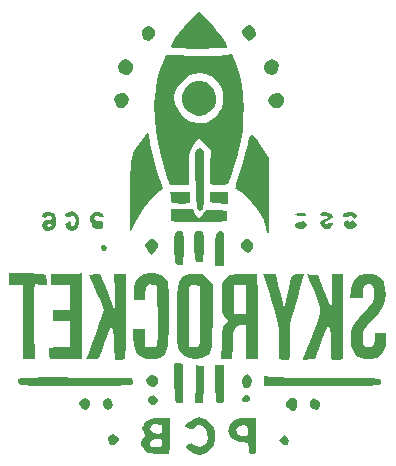
<source format=gbr>
%TF.GenerationSoftware,KiCad,Pcbnew,8.0.7*%
%TF.CreationDate,2025-04-09T11:56:33+02:00*%
%TF.ProjectId,PCB_CDFR,5043425f-4344-4465-922e-6b696361645f,rev?*%
%TF.SameCoordinates,Original*%
%TF.FileFunction,Legend,Bot*%
%TF.FilePolarity,Positive*%
%FSLAX46Y46*%
G04 Gerber Fmt 4.6, Leading zero omitted, Abs format (unit mm)*
G04 Created by KiCad (PCBNEW 8.0.7) date 2025-04-09 11:56:33*
%MOMM*%
%LPD*%
G01*
G04 APERTURE LIST*
%ADD10C,0.000000*%
G04 APERTURE END LIST*
D10*
%TO.C,G\u002A\u002A\u002A*%
G36*
X99174498Y-62943368D02*
G01*
X99241885Y-63131203D01*
X99189192Y-63314213D01*
X99106460Y-63386923D01*
X98938221Y-63426510D01*
X98809027Y-63291908D01*
X98778124Y-63062490D01*
X98867823Y-62858195D01*
X98884207Y-62843713D01*
X99038213Y-62823330D01*
X99174498Y-62943368D01*
G37*
G36*
X97696107Y-75939879D02*
G01*
X97824689Y-76142304D01*
X97845647Y-76443242D01*
X97724425Y-76699646D01*
X97479525Y-76823067D01*
X97226737Y-76779067D01*
X97024639Y-76613946D01*
X96930900Y-76374919D01*
X97003189Y-76109195D01*
X97154255Y-75942569D01*
X97427032Y-75839639D01*
X97696107Y-75939879D01*
G37*
G36*
X100058422Y-79020710D02*
G01*
X100267402Y-79199702D01*
X100310753Y-79408218D01*
X100145856Y-79663496D01*
X99886602Y-79839009D01*
X99613449Y-79837183D01*
X99403985Y-79664432D01*
X99320354Y-79344751D01*
X99338708Y-79210374D01*
X99494588Y-78992576D01*
X99756160Y-78919842D01*
X100058422Y-79020710D01*
G37*
G36*
X111313625Y-75666231D02*
G01*
X111346018Y-75871739D01*
X111336277Y-76009015D01*
X111245181Y-76131946D01*
X111001033Y-76160177D01*
X110837933Y-76152774D01*
X110700835Y-76085443D01*
X110691962Y-75907301D01*
X110782809Y-75711988D01*
X111036947Y-75618863D01*
X111169867Y-75609551D01*
X111313625Y-75666231D01*
G37*
G36*
X114447674Y-79015164D02*
G01*
X114624243Y-79247557D01*
X114693418Y-79500244D01*
X114608072Y-79697114D01*
X114469288Y-79821600D01*
X114242712Y-79841481D01*
X113987168Y-79644248D01*
X113871136Y-79504691D01*
X113850662Y-79371397D01*
X113987168Y-79194691D01*
X114230052Y-79003663D01*
X114447674Y-79015164D01*
G37*
G36*
X115973726Y-60879629D02*
G01*
X116147217Y-60984681D01*
X116173884Y-61188604D01*
X116038827Y-61419757D01*
X115837648Y-61524747D01*
X115558923Y-61530613D01*
X115312433Y-61434846D01*
X115189457Y-61255137D01*
X115234894Y-61063518D01*
X115478768Y-60925278D01*
X115925885Y-60876756D01*
X115973726Y-60879629D01*
G37*
G36*
X99568923Y-75936799D02*
G01*
X99718563Y-76149405D01*
X99759709Y-76414190D01*
X99652388Y-76672116D01*
X99558177Y-76753456D01*
X99320354Y-76834514D01*
X99181527Y-76810644D01*
X98978942Y-76646195D01*
X98891391Y-76388363D01*
X98934444Y-76111825D01*
X99123673Y-75891257D01*
X99350765Y-75835409D01*
X99568923Y-75936799D01*
G37*
G36*
X103443235Y-75776074D02*
G01*
X103550757Y-75943957D01*
X103567545Y-76123872D01*
X103414539Y-76320733D01*
X103230915Y-76467217D01*
X103064521Y-76457344D01*
X102854666Y-76265988D01*
X102839576Y-76249075D01*
X102714067Y-76037126D01*
X102765001Y-75844528D01*
X102961442Y-75661665D01*
X103219948Y-75626426D01*
X103443235Y-75776074D01*
G37*
G36*
X115913922Y-60210387D02*
G01*
X116098618Y-60300762D01*
X116137731Y-60401127D01*
X116025015Y-60444365D01*
X115781781Y-60453396D01*
X115499061Y-60429541D01*
X115264879Y-60380652D01*
X115167257Y-60314578D01*
X115215688Y-60249064D01*
X115404097Y-60165166D01*
X115422472Y-60160819D01*
X115662315Y-60155304D01*
X115913922Y-60210387D01*
G37*
G36*
X100790025Y-50048438D02*
G01*
X101016848Y-50270357D01*
X101119769Y-50572646D01*
X101077510Y-50887513D01*
X100868798Y-51147167D01*
X100607604Y-51284991D01*
X100305974Y-51286300D01*
X100057258Y-51072338D01*
X100002817Y-50985540D01*
X99894563Y-50624836D01*
X99956129Y-50299438D01*
X100165445Y-50064069D01*
X100500443Y-49973452D01*
X100790025Y-50048438D01*
G37*
G36*
X101067480Y-47186295D02*
G01*
X101335504Y-47353622D01*
X101474654Y-47633722D01*
X101464297Y-47966368D01*
X101283798Y-48291335D01*
X101062160Y-48460943D01*
X100755795Y-48485309D01*
X100444248Y-48287611D01*
X100322489Y-48129463D01*
X100234100Y-47799381D01*
X100317032Y-47487315D01*
X100546436Y-47254887D01*
X100897463Y-47163717D01*
X101067480Y-47186295D01*
G37*
G36*
X102852559Y-44361108D02*
G01*
X103152310Y-44496382D01*
X103324504Y-44754724D01*
X103342678Y-45072164D01*
X103180369Y-45384735D01*
X103091761Y-45467836D01*
X102796675Y-45590010D01*
X102512630Y-45531264D01*
X102298806Y-45316876D01*
X102214381Y-44972124D01*
X102255162Y-44715148D01*
X102443785Y-44451029D01*
X102753964Y-44353983D01*
X102852559Y-44361108D01*
G37*
G36*
X103399497Y-74000150D02*
G01*
X103549681Y-74251200D01*
X103579305Y-74537753D01*
X103451453Y-74793857D01*
X103420473Y-74820606D01*
X103163782Y-74900700D01*
X102871450Y-74851526D01*
X102658724Y-74688413D01*
X102618350Y-74600946D01*
X102604845Y-74304962D01*
X102717908Y-74021976D01*
X102925130Y-73853556D01*
X103165669Y-73850556D01*
X103399497Y-74000150D01*
G37*
G36*
X103312482Y-62450586D02*
G01*
X103374076Y-62503571D01*
X103591348Y-62773313D01*
X103599860Y-63037821D01*
X103404886Y-63348304D01*
X103107039Y-63702274D01*
X102775150Y-63370385D01*
X102672980Y-63258228D01*
X102513780Y-62948915D01*
X102575644Y-62679704D01*
X102858651Y-62449727D01*
X102932086Y-62412322D01*
X103138333Y-62359942D01*
X103312482Y-62450586D01*
G37*
G36*
X107116983Y-73092499D02*
G01*
X107351303Y-73120185D01*
X107482292Y-73158103D01*
X107486474Y-73171745D01*
X107493560Y-73349633D01*
X107489491Y-73697826D01*
X107475096Y-74174198D01*
X107451204Y-74736622D01*
X107377542Y-76272567D01*
X107054712Y-76272567D01*
X106731882Y-76272567D01*
X106763065Y-74671018D01*
X106794248Y-73069469D01*
X107116983Y-73092499D01*
G37*
G36*
X109547788Y-58923684D02*
G01*
X109547788Y-59444712D01*
X109026349Y-59373241D01*
X108887867Y-59355413D01*
X108514656Y-59317058D01*
X108239624Y-59301770D01*
X108229871Y-59301739D01*
X108063320Y-59271627D01*
X107990435Y-59142618D01*
X107974336Y-58852213D01*
X107974336Y-58402655D01*
X108761062Y-58402655D01*
X109547788Y-58402655D01*
X109547788Y-58923684D01*
G37*
G36*
X109210620Y-74567994D02*
G01*
X109210113Y-74743291D01*
X109201542Y-75293846D01*
X109184009Y-75749467D01*
X109159633Y-76066877D01*
X109130534Y-76202800D01*
X109010768Y-76246631D01*
X108765268Y-76249629D01*
X108480089Y-76216372D01*
X108448905Y-74614823D01*
X108417722Y-73013275D01*
X108814171Y-73013275D01*
X109210620Y-73013275D01*
X109210620Y-74567994D01*
G37*
G36*
X111279887Y-73853457D02*
G01*
X111458633Y-74061319D01*
X111530190Y-74377277D01*
X111471065Y-74727213D01*
X111361871Y-74911387D01*
X111147004Y-75033383D01*
X110921643Y-74988748D01*
X110743849Y-74795920D01*
X110671682Y-74473340D01*
X110672958Y-74424544D01*
X110757216Y-74092276D01*
X110941821Y-73870806D01*
X111182540Y-73816968D01*
X111279887Y-73853457D01*
G37*
G36*
X113601194Y-47280061D02*
G01*
X113729453Y-47406869D01*
X113814419Y-47692431D01*
X113783031Y-48021969D01*
X113632581Y-48306859D01*
X113494157Y-48420453D01*
X113192149Y-48496623D01*
X112896424Y-48409773D01*
X112671602Y-48187545D01*
X112582301Y-47857581D01*
X112661796Y-47511759D01*
X112892567Y-47265485D01*
X113223054Y-47178416D01*
X113601194Y-47280061D01*
G37*
G36*
X115113722Y-75859337D02*
G01*
X115313294Y-76047910D01*
X115392036Y-76384956D01*
X115361021Y-76601875D01*
X115257168Y-76812036D01*
X115137979Y-76902682D01*
X114888854Y-76920324D01*
X114605310Y-76722124D01*
X114436474Y-76513751D01*
X114402703Y-76283263D01*
X114566534Y-76028540D01*
X114571996Y-76022562D01*
X114848297Y-75842976D01*
X115113722Y-75859337D01*
G37*
G36*
X116915132Y-75885031D02*
G01*
X117119649Y-76042902D01*
X117267882Y-76283097D01*
X117317889Y-76542899D01*
X117227729Y-76759587D01*
X117217057Y-76769334D01*
X117002445Y-76833957D01*
X116729437Y-76796474D01*
X116521063Y-76672116D01*
X116424181Y-76427533D01*
X116467393Y-76124301D01*
X116649837Y-75895406D01*
X116696271Y-75872206D01*
X116915132Y-75885031D01*
G37*
G36*
X111402213Y-62494533D02*
G01*
X111486961Y-62559438D01*
X111661435Y-62835927D01*
X111644359Y-63137830D01*
X111433400Y-63397610D01*
X111333283Y-63467232D01*
X111164353Y-63553658D01*
X111025838Y-63511018D01*
X110819412Y-63328197D01*
X110803359Y-63312887D01*
X110593705Y-63012916D01*
X110606056Y-62738167D01*
X110840266Y-62494533D01*
X111009286Y-62394850D01*
X111182244Y-62375617D01*
X111402213Y-62494533D01*
G37*
G36*
X113805434Y-50000617D02*
G01*
X114084287Y-50175262D01*
X114232940Y-50458180D01*
X114227323Y-50786498D01*
X114043363Y-51097345D01*
X113838470Y-51245845D01*
X113593805Y-51322124D01*
X113388912Y-51265731D01*
X113144248Y-51097345D01*
X112995748Y-50892452D01*
X112919469Y-50647788D01*
X112926160Y-50577844D01*
X113064876Y-50295248D01*
X113321189Y-50067195D01*
X113613053Y-49973452D01*
X113805434Y-50000617D01*
G37*
G36*
X106308392Y-58783732D02*
G01*
X106310949Y-58806442D01*
X106328106Y-59097928D01*
X106312813Y-59285013D01*
X106283121Y-59315179D01*
X106089458Y-59364519D01*
X105777371Y-59385498D01*
X105415373Y-59380405D01*
X105071977Y-59351531D01*
X104815696Y-59301167D01*
X104715044Y-59231601D01*
X104694546Y-59040005D01*
X104644801Y-58753872D01*
X104574558Y-58402655D01*
X105419231Y-58402655D01*
X106263904Y-58402655D01*
X106308392Y-58783732D01*
G37*
G36*
X111378881Y-44257365D02*
G01*
X111620637Y-44410792D01*
X111823088Y-44658775D01*
X111907965Y-44915929D01*
X111851572Y-45120823D01*
X111683186Y-45365487D01*
X111490143Y-45516011D01*
X111294201Y-45590266D01*
X111175198Y-45558448D01*
X110945719Y-45385809D01*
X110752754Y-45136499D01*
X110671682Y-44894737D01*
X110687013Y-44801262D01*
X110830392Y-44547839D01*
X111058540Y-44332530D01*
X111289823Y-44241593D01*
X111378881Y-44257365D01*
G37*
G36*
X119959591Y-60114512D02*
G01*
X120252837Y-60195968D01*
X120413830Y-60345251D01*
X120396406Y-60533130D01*
X120384310Y-60551348D01*
X120217108Y-60645665D01*
X120054064Y-60534605D01*
X120050058Y-60528851D01*
X119884702Y-60471299D01*
X119586824Y-60492991D01*
X119346166Y-60527179D01*
X119232567Y-60491179D01*
X119231293Y-60355953D01*
X119257138Y-60280070D01*
X119408421Y-60164602D01*
X119729714Y-60111029D01*
X119959591Y-60114512D01*
G37*
G36*
X119753989Y-60867719D02*
G01*
X119800983Y-60951232D01*
X119886923Y-60876335D01*
X120001731Y-60796549D01*
X120210486Y-60867572D01*
X120381199Y-60984866D01*
X120431218Y-61153434D01*
X120272946Y-61372946D01*
X120219299Y-61419627D01*
X119941336Y-61527324D01*
X119649520Y-61493837D01*
X119419184Y-61341468D01*
X119325664Y-61092519D01*
X119354643Y-60965346D01*
X119482981Y-60817477D01*
X119642613Y-60771018D01*
X119753989Y-60867719D01*
G37*
G36*
X105388741Y-72876818D02*
G01*
X105726549Y-72926397D01*
X105726549Y-74599482D01*
X105726549Y-76272567D01*
X105405391Y-76272567D01*
X105371062Y-76272433D01*
X105207397Y-76253809D01*
X105112723Y-76167118D01*
X105057460Y-75960412D01*
X105012028Y-75581744D01*
X104985343Y-75261601D01*
X104960408Y-74780847D01*
X104945688Y-74264443D01*
X104941504Y-73764412D01*
X104948177Y-73332777D01*
X104966028Y-73021563D01*
X104995378Y-72882793D01*
X105133296Y-72858130D01*
X105388741Y-72876818D01*
G37*
G36*
X105692867Y-61821632D02*
G01*
X105722935Y-61967404D01*
X105745317Y-62296736D01*
X105754267Y-62752391D01*
X105747842Y-63282694D01*
X105712941Y-64584071D01*
X105398231Y-64584071D01*
X105253806Y-64576400D01*
X105131178Y-64513002D01*
X105062983Y-64337532D01*
X105012650Y-63994027D01*
X105010095Y-63972533D01*
X104959706Y-63393477D01*
X104942394Y-62835995D01*
X104956736Y-62350469D01*
X105001309Y-61987281D01*
X105074690Y-61796814D01*
X105247876Y-61690827D01*
X105504329Y-61681682D01*
X105692867Y-61821632D01*
G37*
G36*
X107279835Y-61712666D02*
G01*
X107403180Y-61848725D01*
X107466253Y-62115220D01*
X107479021Y-62542911D01*
X107451453Y-63162560D01*
X107378231Y-64359292D01*
X107067087Y-64359292D01*
X107033115Y-64359126D01*
X106875556Y-64339285D01*
X106783376Y-64249952D01*
X106728373Y-64039639D01*
X106682346Y-63656859D01*
X106657811Y-63354264D01*
X106637636Y-62811247D01*
X106645303Y-62336283D01*
X106665849Y-62059268D01*
X106711671Y-61828996D01*
X106804155Y-61723389D01*
X106972452Y-61684362D01*
X107086250Y-61676282D01*
X107279835Y-61712666D01*
G37*
G36*
X107671436Y-49125336D02*
G01*
X108056440Y-49388736D01*
X108347039Y-49763906D01*
X108505285Y-50234918D01*
X108493231Y-50785844D01*
X108481215Y-50839750D01*
X108283581Y-51247329D01*
X107942357Y-51616014D01*
X107524779Y-51870502D01*
X107410370Y-51914067D01*
X107147604Y-51978051D01*
X106893619Y-51950374D01*
X106543646Y-51826318D01*
X106167363Y-51604716D01*
X105824506Y-51202277D01*
X105643265Y-50710808D01*
X105640829Y-50182573D01*
X105834388Y-49669837D01*
X105946324Y-49508000D01*
X106329470Y-49165039D01*
X106770003Y-48997560D01*
X107229974Y-48989635D01*
X107671436Y-49125336D01*
G37*
G36*
X109033894Y-61730569D02*
G01*
X109104771Y-61786220D01*
X109157780Y-61923360D01*
X109190113Y-62175822D01*
X109206238Y-62580052D01*
X109210620Y-63172497D01*
X109210611Y-63193898D01*
X109204380Y-63726211D01*
X109188224Y-64172395D01*
X109164532Y-64486240D01*
X109135693Y-64621534D01*
X108999730Y-64672390D01*
X108742331Y-64696460D01*
X108423894Y-64696460D01*
X108423894Y-63295547D01*
X108424470Y-62987494D01*
X108431435Y-62492684D01*
X108450867Y-62164004D01*
X108488423Y-61961850D01*
X108549759Y-61846615D01*
X108640531Y-61778694D01*
X108796259Y-61724682D01*
X109033894Y-61730569D01*
G37*
G36*
X106755738Y-60261814D02*
G01*
X106875963Y-60445862D01*
X107054653Y-60596491D01*
X107223631Y-60531193D01*
X107416684Y-60249331D01*
X107495445Y-60113624D01*
X107587666Y-60012012D01*
X107727261Y-59954245D01*
X107958546Y-59931347D01*
X108325838Y-59934342D01*
X108873451Y-59954253D01*
X109435398Y-59976106D01*
X109435398Y-60420936D01*
X109435398Y-60865766D01*
X108564381Y-60898591D01*
X107839569Y-60916715D01*
X106953586Y-60922876D01*
X106053875Y-60915677D01*
X105248894Y-60895228D01*
X104715044Y-60875221D01*
X104715044Y-60369469D01*
X104715044Y-59863717D01*
X105617950Y-59863717D01*
X106520855Y-59863717D01*
X106755738Y-60261814D01*
G37*
G36*
X92873764Y-65277497D02*
G01*
X93345334Y-65297547D01*
X93672788Y-65326984D01*
X93857170Y-65355693D01*
X94061513Y-65422482D01*
X94138564Y-65564111D01*
X94150443Y-65848392D01*
X94150443Y-66300465D01*
X93652377Y-66232197D01*
X93154312Y-66163930D01*
X93074414Y-66803413D01*
X93065526Y-66896897D01*
X93049120Y-67274056D01*
X93041742Y-67816146D01*
X93043399Y-68480298D01*
X93054098Y-69223641D01*
X93073848Y-70003306D01*
X93153180Y-72563717D01*
X92640307Y-72563717D01*
X92127434Y-72563717D01*
X92127434Y-69416814D01*
X92127434Y-66269912D01*
X91565487Y-66269912D01*
X91003540Y-66269912D01*
X91003540Y-65777079D01*
X91003540Y-65284247D01*
X92099336Y-65270948D01*
X92338646Y-65269702D01*
X92873764Y-65277497D01*
G37*
G36*
X107634184Y-43623452D02*
G01*
X107770075Y-43762996D01*
X108131221Y-44171630D01*
X108524092Y-44655300D01*
X108884874Y-45136791D01*
X109155640Y-45523058D01*
X109350119Y-45823803D01*
X109438305Y-46008993D01*
X109435768Y-46112573D01*
X109358079Y-46168494D01*
X109323650Y-46178117D01*
X109080056Y-46206431D01*
X108673715Y-46228018D01*
X108147676Y-46242922D01*
X107544987Y-46251186D01*
X106908697Y-46252854D01*
X106281854Y-46247970D01*
X105707507Y-46236577D01*
X105228704Y-46218720D01*
X104888494Y-46194443D01*
X104729925Y-46163788D01*
X104726842Y-46161713D01*
X104703819Y-46016312D01*
X104819491Y-45739071D01*
X105055267Y-45357336D01*
X105392551Y-44898452D01*
X105812751Y-44389765D01*
X106297273Y-43858622D01*
X107060354Y-43061505D01*
X107634184Y-43623452D01*
G37*
G36*
X107406839Y-54855702D02*
G01*
X107438154Y-54965475D01*
X107469076Y-55272510D01*
X107491137Y-55729724D01*
X107504578Y-56295799D01*
X107509642Y-56929415D01*
X107506571Y-57589253D01*
X107495606Y-58233995D01*
X107476991Y-58822322D01*
X107450966Y-59312914D01*
X107417775Y-59664453D01*
X107377659Y-59835620D01*
X107327812Y-59891455D01*
X107121256Y-59976106D01*
X107046942Y-59962986D01*
X106905578Y-59835620D01*
X106884733Y-59729091D01*
X106854004Y-59416825D01*
X106824098Y-58955858D01*
X106796232Y-58387653D01*
X106771622Y-57753673D01*
X106751484Y-57095382D01*
X106737037Y-56454244D01*
X106729495Y-55871721D01*
X106730076Y-55389279D01*
X106739997Y-55048380D01*
X106760473Y-54890487D01*
X106924006Y-54732957D01*
X107174969Y-54710964D01*
X107406839Y-54855702D01*
G37*
G36*
X98833122Y-60179187D02*
G01*
X98963247Y-60345795D01*
X98971835Y-60412265D01*
X98918642Y-60501006D01*
X98711557Y-60474161D01*
X98485069Y-60443888D01*
X98240249Y-60471068D01*
X98218610Y-60480286D01*
X98130779Y-60591830D01*
X98202867Y-60721486D01*
X98386478Y-60822715D01*
X98633222Y-60848979D01*
X98740605Y-60842973D01*
X98900704Y-60905477D01*
X98962634Y-61128928D01*
X98966112Y-61163194D01*
X98930533Y-61403011D01*
X98737855Y-61535769D01*
X98667183Y-61557721D01*
X98369572Y-61571892D01*
X98126030Y-61481317D01*
X98018674Y-61311593D01*
X97971323Y-61119902D01*
X97860355Y-60847581D01*
X97793669Y-60692913D01*
X97783705Y-60502459D01*
X97920007Y-60308279D01*
X97997615Y-60239540D01*
X98270872Y-60123203D01*
X98575852Y-60104037D01*
X98833122Y-60179187D01*
G37*
G36*
X118082871Y-60139643D02*
G01*
X118286062Y-60286722D01*
X118300316Y-60305352D01*
X118410964Y-60502294D01*
X118348597Y-60630621D01*
X118089381Y-60745991D01*
X118076703Y-60750500D01*
X117847096Y-60869403D01*
X117752213Y-60990694D01*
X117828914Y-61064690D01*
X118089381Y-61043806D01*
X118153449Y-61030725D01*
X118375142Y-61022659D01*
X118402657Y-61124080D01*
X118240546Y-61344027D01*
X118046610Y-61496722D01*
X117759466Y-61524072D01*
X117475027Y-61328965D01*
X117473385Y-61327145D01*
X117337176Y-61063068D01*
X117413717Y-60841800D01*
X117691205Y-60697803D01*
X117811221Y-60660685D01*
X117963011Y-60555517D01*
X117903481Y-60464477D01*
X117639823Y-60425664D01*
X117403179Y-60390920D01*
X117302655Y-60257080D01*
X117346831Y-60154355D01*
X117536902Y-60071158D01*
X117807700Y-60067022D01*
X118082871Y-60139643D01*
G37*
G36*
X96553592Y-60111588D02*
G01*
X96780960Y-60346442D01*
X96916600Y-60670031D01*
X96931517Y-61033734D01*
X96796716Y-61388928D01*
X96607542Y-61578091D01*
X96310261Y-61673480D01*
X96020353Y-61604688D01*
X95812166Y-61372925D01*
X95777831Y-61293198D01*
X95741246Y-61099742D01*
X95842673Y-60981283D01*
X96079173Y-60878218D01*
X96225350Y-60920283D01*
X96226367Y-61110331D01*
X96216107Y-61144233D01*
X96212718Y-61295450D01*
X96359280Y-61306078D01*
X96440670Y-61266461D01*
X96563930Y-61070376D01*
X96615921Y-60797165D01*
X96586108Y-60539157D01*
X96463956Y-60388678D01*
X96372539Y-60370442D01*
X96226613Y-60430572D01*
X96185300Y-60476944D01*
X96002216Y-60536977D01*
X95811788Y-60495722D01*
X95723894Y-60367060D01*
X95798906Y-60217440D01*
X96008115Y-60066567D01*
X96263493Y-60014088D01*
X96553592Y-60111588D01*
G37*
G36*
X97184956Y-68896357D02*
G01*
X97184956Y-72563717D01*
X95791894Y-72563717D01*
X94398831Y-72563717D01*
X94355402Y-72108321D01*
X94347079Y-72006825D01*
X94340404Y-71735751D01*
X94362329Y-71602568D01*
X94374171Y-71596704D01*
X94546351Y-71574076D01*
X94871960Y-71558201D01*
X95293068Y-71552213D01*
X96173451Y-71552213D01*
X96173451Y-70428319D01*
X96173451Y-69304425D01*
X95442920Y-69304425D01*
X94712390Y-69304425D01*
X94712390Y-68854867D01*
X94712390Y-68405310D01*
X95442920Y-68405310D01*
X96173451Y-68405310D01*
X96173451Y-67337611D01*
X96173451Y-66269912D01*
X95330531Y-66269912D01*
X94487611Y-66269912D01*
X94487611Y-65820354D01*
X94487611Y-65370797D01*
X95414823Y-65369560D01*
X95495064Y-65369204D01*
X95993662Y-65357361D01*
X96446264Y-65332280D01*
X96763496Y-65298660D01*
X97184956Y-65228997D01*
X97184956Y-68896357D01*
G37*
G36*
X102873698Y-54089416D02*
G01*
X102914061Y-54313712D01*
X103137813Y-55311908D01*
X103433837Y-56363195D01*
X103770773Y-57353467D01*
X104046143Y-58085057D01*
X103736315Y-58328148D01*
X103141814Y-58856477D01*
X102357137Y-59785256D01*
X101721526Y-60847124D01*
X101562260Y-61167183D01*
X101373105Y-61538817D01*
X101238518Y-61792721D01*
X101180446Y-61886726D01*
X101179182Y-61883267D01*
X101174430Y-61738969D01*
X101173631Y-61403217D01*
X101176562Y-60904315D01*
X101183000Y-60270564D01*
X101192721Y-59530267D01*
X101205503Y-58711726D01*
X101205573Y-58707507D01*
X101221651Y-57746663D01*
X101238480Y-56978967D01*
X101262705Y-56372994D01*
X101300969Y-55897314D01*
X101359916Y-55520501D01*
X101446189Y-55211127D01*
X101566433Y-54937764D01*
X101727290Y-54668986D01*
X101935404Y-54373363D01*
X102197420Y-54019469D01*
X102737988Y-53288938D01*
X102873698Y-54089416D01*
G37*
G36*
X113273124Y-74064963D02*
G01*
X113534001Y-74081100D01*
X113994464Y-74096369D01*
X114619915Y-74109864D01*
X115380053Y-74121139D01*
X116244579Y-74129746D01*
X117183191Y-74135238D01*
X118165589Y-74137168D01*
X118196570Y-74137169D01*
X119289033Y-74138202D01*
X120177886Y-74141757D01*
X120883762Y-74148650D01*
X121427294Y-74159696D01*
X121829114Y-74175710D01*
X122109855Y-74197507D01*
X122290148Y-74225903D01*
X122390627Y-74261713D01*
X122431924Y-74305752D01*
X122452595Y-74388878D01*
X122431924Y-74642921D01*
X122405129Y-74675905D01*
X122322870Y-74711302D01*
X122168850Y-74740099D01*
X121923943Y-74762946D01*
X121569021Y-74780494D01*
X121084959Y-74793392D01*
X120452629Y-74802292D01*
X119652905Y-74807844D01*
X118666659Y-74810698D01*
X117474766Y-74811505D01*
X112582301Y-74811505D01*
X112582301Y-74402131D01*
X112582301Y-73992758D01*
X113273124Y-74064963D01*
G37*
G36*
X111907965Y-79018641D02*
G01*
X111907965Y-80528433D01*
X111598894Y-80563995D01*
X111529113Y-80571063D01*
X111365678Y-80554054D01*
X111290142Y-80428232D01*
X111256129Y-80135640D01*
X111222435Y-79671722D01*
X110655732Y-79596546D01*
X110407246Y-79549164D01*
X109943326Y-79349078D01*
X109650062Y-79036934D01*
X109547788Y-78630464D01*
X109555770Y-78501985D01*
X110228099Y-78501985D01*
X110249570Y-78762074D01*
X110439514Y-78965957D01*
X110630352Y-79036389D01*
X110945266Y-79082301D01*
X110967931Y-79082180D01*
X111143319Y-79052558D01*
X111217995Y-78926558D01*
X111233628Y-78640317D01*
X111225234Y-78484554D01*
X111119208Y-78199992D01*
X110885837Y-78099203D01*
X110517942Y-78177542D01*
X110366872Y-78268416D01*
X110228099Y-78501985D01*
X109555770Y-78501985D01*
X109559502Y-78441903D01*
X109707481Y-78026859D01*
X110030671Y-77736039D01*
X110535906Y-77564888D01*
X111230019Y-77508850D01*
X111907965Y-77508850D01*
X111907965Y-78640317D01*
X111907965Y-79018641D01*
G37*
G36*
X107535197Y-77603878D02*
G01*
X107987559Y-77945185D01*
X108202971Y-78172062D01*
X108350754Y-78395955D01*
X108411871Y-78655083D01*
X108423894Y-79044072D01*
X108413758Y-79331644D01*
X108317605Y-79796130D01*
X108093264Y-80144575D01*
X107708343Y-80440183D01*
X107674247Y-80460433D01*
X107383550Y-80598571D01*
X107155904Y-80655332D01*
X107071401Y-80649499D01*
X106705456Y-80546367D01*
X106322534Y-80354977D01*
X106035463Y-80128392D01*
X105921584Y-79986075D01*
X105929034Y-79876615D01*
X106118664Y-79757305D01*
X106231037Y-79701873D01*
X106421564Y-79673056D01*
X106605324Y-79794425D01*
X106760310Y-79903681D01*
X107112682Y-79969199D01*
X107484916Y-79816864D01*
X107699613Y-79564823D01*
X107802565Y-79190645D01*
X107770763Y-78787906D01*
X107611207Y-78430448D01*
X107330897Y-78192109D01*
X107170385Y-78131833D01*
X106966644Y-78141375D01*
X106718172Y-78292503D01*
X106519541Y-78423744D01*
X106332398Y-78462378D01*
X106110237Y-78375247D01*
X105819945Y-78223148D01*
X106226715Y-77865999D01*
X106625681Y-77594745D01*
X107082627Y-77487127D01*
X107535197Y-77603878D01*
G37*
G36*
X111580649Y-53556676D02*
G01*
X111763258Y-53777657D01*
X112013900Y-54114714D01*
X112301328Y-54527136D01*
X112975664Y-55523638D01*
X113009015Y-58554243D01*
X113015416Y-59360452D01*
X113016569Y-60102480D01*
X113012758Y-60744776D01*
X113004316Y-61256087D01*
X112991576Y-61605158D01*
X112974871Y-61760734D01*
X112968858Y-61776188D01*
X112898381Y-61877424D01*
X112802755Y-61771187D01*
X112749124Y-61654959D01*
X112696411Y-61380079D01*
X112667586Y-61194634D01*
X112516046Y-60805674D01*
X112260989Y-60342204D01*
X111932365Y-59843174D01*
X111560127Y-59347534D01*
X111174226Y-58894234D01*
X110804611Y-58522224D01*
X110481235Y-58270455D01*
X110234048Y-58177876D01*
X110209030Y-58177309D01*
X110149313Y-58158423D01*
X110127206Y-58088511D01*
X110149383Y-57935124D01*
X110222518Y-57665810D01*
X110353285Y-57248120D01*
X110548357Y-56649602D01*
X110703643Y-56158042D01*
X110897602Y-55499200D01*
X111066649Y-54878082D01*
X111186238Y-54381949D01*
X111216374Y-54246842D01*
X111325272Y-53839945D01*
X111426694Y-53574738D01*
X111506243Y-53491292D01*
X111580649Y-53556676D01*
G37*
G36*
X94884655Y-61331757D02*
G01*
X94802301Y-61527080D01*
X94797972Y-61531233D01*
X94591836Y-61623693D01*
X94292927Y-61661947D01*
X94219735Y-61660396D01*
X93958632Y-61596263D01*
X93820344Y-61409071D01*
X93790413Y-61306461D01*
X93802326Y-61184292D01*
X94178540Y-61184292D01*
X94196965Y-61272993D01*
X94375221Y-61324779D01*
X94519741Y-61297092D01*
X94571903Y-61184292D01*
X94543976Y-61132433D01*
X94375221Y-61043806D01*
X94316580Y-61053781D01*
X94178540Y-61184292D01*
X93802326Y-61184292D01*
X93819691Y-61006212D01*
X94006071Y-60797952D01*
X94305103Y-60742778D01*
X94525229Y-60731440D01*
X94600000Y-60602291D01*
X94597692Y-60575361D01*
X94488252Y-60452339D01*
X94285550Y-60433944D01*
X94087689Y-60533373D01*
X94020592Y-60574104D01*
X93819562Y-60541939D01*
X93808268Y-60534839D01*
X93717257Y-60424467D01*
X93806165Y-60265646D01*
X93871543Y-60207772D01*
X94127220Y-60110745D01*
X94438087Y-60088188D01*
X94715033Y-60140048D01*
X94868949Y-60266272D01*
X94888630Y-60327546D01*
X94932663Y-60640360D01*
X94929723Y-61005640D01*
X94905034Y-61184292D01*
X94884655Y-61331757D01*
G37*
G36*
X95420555Y-74102004D02*
G01*
X96579200Y-74108049D01*
X97095649Y-74111023D01*
X98071329Y-74116658D01*
X98965069Y-74121844D01*
X99753062Y-74126441D01*
X100411504Y-74130309D01*
X100916588Y-74133310D01*
X101244509Y-74135302D01*
X101371460Y-74136147D01*
X101418853Y-74180914D01*
X101452589Y-74361686D01*
X101440475Y-74582880D01*
X101380826Y-74736578D01*
X101346139Y-74744573D01*
X101119624Y-74760084D01*
X100703806Y-74774236D01*
X100122480Y-74786654D01*
X99399443Y-74796965D01*
X98558493Y-74804793D01*
X97623426Y-74809764D01*
X96618039Y-74811505D01*
X95705255Y-74811062D01*
X94701963Y-74808772D01*
X93887690Y-74803859D01*
X93242223Y-74795578D01*
X92745350Y-74783185D01*
X92376858Y-74765936D01*
X92116534Y-74743087D01*
X91944166Y-74713894D01*
X91839541Y-74677613D01*
X91782447Y-74633500D01*
X91701151Y-74488882D01*
X91752974Y-74268234D01*
X91758013Y-74260716D01*
X91807189Y-74216053D01*
X91898445Y-74179719D01*
X92052079Y-74151040D01*
X92288391Y-74129343D01*
X92627678Y-74113954D01*
X93090239Y-74104200D01*
X93696373Y-74099406D01*
X94466379Y-74098898D01*
X95420555Y-74102004D01*
G37*
G36*
X115932543Y-65320589D02*
G01*
X115934283Y-65322466D01*
X115931549Y-65409716D01*
X115884723Y-65629825D01*
X115789402Y-65999189D01*
X115641186Y-66534204D01*
X115435673Y-67251266D01*
X115168460Y-68166772D01*
X115017948Y-68687252D01*
X114875001Y-69220680D01*
X114783712Y-69641858D01*
X114734357Y-70008388D01*
X114717210Y-70377876D01*
X114722545Y-70807923D01*
X114727183Y-70989426D01*
X114736208Y-71495821D01*
X114738825Y-71935509D01*
X114734377Y-72229519D01*
X114727709Y-72361254D01*
X114686787Y-72542876D01*
X114555857Y-72599910D01*
X114268142Y-72582980D01*
X113818584Y-72540107D01*
X113818584Y-71031848D01*
X113815338Y-70527953D01*
X113796995Y-69975090D01*
X113757290Y-69552748D01*
X113690409Y-69206060D01*
X113590537Y-68880157D01*
X113477658Y-68536393D01*
X113319073Y-67991546D01*
X113187257Y-67474103D01*
X113090237Y-67095118D01*
X112921127Y-66530924D01*
X112749320Y-66041139D01*
X112486615Y-65370797D01*
X113018499Y-65370797D01*
X113550384Y-65370797D01*
X113853068Y-66600166D01*
X113956957Y-67032832D01*
X114059921Y-67487978D01*
X114129925Y-67829398D01*
X114155752Y-68005034D01*
X114166010Y-68088674D01*
X114240044Y-68180469D01*
X114262770Y-68157418D01*
X114334295Y-67969209D01*
X114425039Y-67632536D01*
X114520823Y-67197062D01*
X114653912Y-66538593D01*
X114760619Y-66058435D01*
X114854767Y-65734084D01*
X114952177Y-65533014D01*
X115068673Y-65422705D01*
X115220076Y-65370631D01*
X115422211Y-65344270D01*
X115544046Y-65332502D01*
X115810098Y-65315145D01*
X115932543Y-65320589D01*
G37*
G36*
X108189167Y-70371826D02*
G01*
X108167055Y-70976970D01*
X108125538Y-71431485D01*
X108058650Y-71762273D01*
X107960426Y-71996240D01*
X107824899Y-72160291D01*
X107646104Y-72281329D01*
X107418075Y-72386260D01*
X107307961Y-72428540D01*
X106719553Y-72539622D01*
X106173746Y-72460394D01*
X105710760Y-72202790D01*
X105370815Y-71778745D01*
X105296712Y-71612938D01*
X105240421Y-71405270D01*
X105203067Y-71125859D01*
X105181342Y-70736464D01*
X105171939Y-70198846D01*
X105171550Y-69474763D01*
X105175357Y-68854221D01*
X105192689Y-67887836D01*
X105198981Y-67757151D01*
X106193741Y-67757151D01*
X106193896Y-68414656D01*
X106200497Y-69135841D01*
X106232301Y-71496018D01*
X106569469Y-71525297D01*
X106684405Y-71534588D01*
X106852951Y-71533891D01*
X106978980Y-71488993D01*
X107068197Y-71374099D01*
X107126305Y-71163414D01*
X107159007Y-70831143D01*
X107172007Y-70351493D01*
X107171010Y-69698667D01*
X107161717Y-68846873D01*
X107131416Y-66326106D01*
X106713743Y-66291450D01*
X106471619Y-66284271D01*
X106308981Y-66345233D01*
X106232382Y-66516229D01*
X106227348Y-66544815D01*
X106210927Y-66784420D01*
X106199571Y-67201136D01*
X106193741Y-67757151D01*
X105198981Y-67757151D01*
X105229966Y-67113616D01*
X105294849Y-66510606D01*
X105395004Y-66057855D01*
X105538092Y-65734409D01*
X105731777Y-65519313D01*
X105983723Y-65391616D01*
X106301592Y-65330363D01*
X106693049Y-65314602D01*
X106791774Y-65314764D01*
X107160979Y-65327434D01*
X107401404Y-65381727D01*
X107592667Y-65507450D01*
X107814388Y-65734412D01*
X108199115Y-66154221D01*
X108199115Y-68863974D01*
X108197841Y-69589146D01*
X108189392Y-70351493D01*
X108189167Y-70371826D01*
G37*
G36*
X100345295Y-65371119D02*
G01*
X100837611Y-65371442D01*
X100878946Y-67716691D01*
X100887763Y-68510283D01*
X100887612Y-69333524D01*
X100878977Y-70114570D01*
X100862534Y-70792589D01*
X100838962Y-71306753D01*
X100757643Y-72551566D01*
X100348069Y-72585739D01*
X99938496Y-72619912D01*
X99882136Y-71327434D01*
X99881945Y-71323063D01*
X99842966Y-70618540D01*
X99793112Y-70134963D01*
X99726001Y-69868559D01*
X99635251Y-69815559D01*
X99514480Y-69972193D01*
X99357306Y-70334690D01*
X99157347Y-70899281D01*
X99136462Y-70961392D01*
X98930162Y-71571988D01*
X98774764Y-72003828D01*
X98649248Y-72287828D01*
X98532591Y-72454901D01*
X98403772Y-72535964D01*
X98241769Y-72561931D01*
X98025562Y-72563717D01*
X97525404Y-72563717D01*
X97738123Y-72024045D01*
X97750836Y-71991685D01*
X97921751Y-71541421D01*
X98116723Y-71005720D01*
X98321314Y-70426954D01*
X98521084Y-69847497D01*
X98701596Y-69309722D01*
X98848409Y-68856001D01*
X98947085Y-68528707D01*
X98983186Y-68370214D01*
X98981732Y-68347908D01*
X98911410Y-68098351D01*
X98736233Y-67653516D01*
X98457237Y-67015897D01*
X98075461Y-66187984D01*
X98071067Y-66178618D01*
X97907601Y-65822045D01*
X97791233Y-65553098D01*
X97746903Y-65429356D01*
X97763752Y-65414015D01*
X97932722Y-65383643D01*
X98224558Y-65372246D01*
X98702213Y-65373696D01*
X99312634Y-66889503D01*
X99408397Y-67126800D01*
X99613422Y-67631173D01*
X99780380Y-68036816D01*
X99894117Y-68307078D01*
X99939475Y-68405310D01*
X99940896Y-68397228D01*
X99941274Y-68238002D01*
X99934693Y-67906123D01*
X99922099Y-67442503D01*
X99904437Y-66888053D01*
X99852979Y-65370797D01*
X100345295Y-65371119D01*
G37*
G36*
X116651466Y-65392360D02*
G01*
X117127115Y-65426991D01*
X117667065Y-66772667D01*
X117696950Y-66846964D01*
X117903805Y-67351141D01*
X118083651Y-67772960D01*
X118218080Y-68070142D01*
X118288685Y-68200408D01*
X118295206Y-68202281D01*
X118321155Y-68086474D01*
X118337494Y-67792808D01*
X118342890Y-67359967D01*
X118336009Y-66826635D01*
X118301663Y-65370797D01*
X118757469Y-65370797D01*
X119213274Y-65370797D01*
X119228457Y-66691372D01*
X119230364Y-66858708D01*
X119241637Y-67941640D01*
X119248698Y-68843443D01*
X119251611Y-69602396D01*
X119250436Y-70256778D01*
X119245236Y-70844867D01*
X119236072Y-71404941D01*
X119213274Y-72550148D01*
X118791814Y-72586684D01*
X118729443Y-72591507D01*
X118439822Y-72598309D01*
X118270191Y-72577026D01*
X118249221Y-72539930D01*
X118222461Y-72323412D01*
X118218003Y-71960910D01*
X118237441Y-71504566D01*
X118260847Y-70890130D01*
X118233669Y-70400935D01*
X118149795Y-70031849D01*
X118104663Y-69910773D01*
X118001809Y-69725216D01*
X117931940Y-69753983D01*
X117931613Y-69754859D01*
X117868436Y-69923821D01*
X117744367Y-70255170D01*
X117577196Y-70701411D01*
X117384712Y-71215044D01*
X116900281Y-72507522D01*
X116370937Y-72568883D01*
X116196324Y-72587977D01*
X115941699Y-72610145D01*
X115841593Y-72609850D01*
X115876437Y-72515346D01*
X115981522Y-72243157D01*
X116143982Y-71826658D01*
X116350814Y-71299183D01*
X116589012Y-70694064D01*
X116799122Y-70147515D01*
X117013594Y-69556891D01*
X117183606Y-69051820D01*
X117295517Y-68673094D01*
X117335684Y-68461505D01*
X117279714Y-68117571D01*
X117114129Y-67587575D01*
X116842273Y-66882071D01*
X116467490Y-66010502D01*
X116175816Y-65357729D01*
X116651466Y-65392360D01*
G37*
G36*
X104581600Y-78998009D02*
G01*
X104580111Y-79120484D01*
X104571751Y-79637786D01*
X104571371Y-79661322D01*
X104560711Y-80107708D01*
X104549344Y-80416202D01*
X104538482Y-80543363D01*
X104525237Y-80551089D01*
X104353705Y-80569146D01*
X104028698Y-80573499D01*
X103605098Y-80562992D01*
X103330172Y-80550556D01*
X102968497Y-80519774D01*
X102736288Y-80462158D01*
X102571959Y-80358378D01*
X102413927Y-80189104D01*
X102397132Y-80168940D01*
X102176686Y-79816414D01*
X102175344Y-79792855D01*
X102926837Y-79792855D01*
X102958403Y-79921817D01*
X103102454Y-79972568D01*
X103415101Y-79981416D01*
X103622479Y-79979208D01*
X103832799Y-79948227D01*
X103914541Y-79847948D01*
X103928319Y-79637786D01*
X103926418Y-79516294D01*
X103887524Y-79365805D01*
X103749768Y-79316756D01*
X103450664Y-79328715D01*
X103389511Y-79333406D01*
X103113881Y-79376409D01*
X102985513Y-79474445D01*
X102937446Y-79672345D01*
X102926837Y-79792855D01*
X102175344Y-79792855D01*
X102159981Y-79523138D01*
X102344847Y-79259953D01*
X102481076Y-79113036D01*
X102489665Y-78971148D01*
X102372945Y-78738091D01*
X102270004Y-78534132D01*
X102266754Y-78499536D01*
X102947199Y-78499536D01*
X103093106Y-78708472D01*
X103300242Y-78804842D01*
X103612632Y-78857522D01*
X103814123Y-78837474D01*
X103908813Y-78728913D01*
X103928319Y-78464160D01*
X103927510Y-78357808D01*
X103896269Y-78159593D01*
X103770989Y-78083304D01*
X103486335Y-78070797D01*
X103273667Y-78080227D01*
X103067344Y-78149639D01*
X102966809Y-78315109D01*
X102947199Y-78499536D01*
X102266754Y-78499536D01*
X102251722Y-78339500D01*
X102358265Y-78101828D01*
X102513119Y-77882894D01*
X102812375Y-77665626D01*
X103241031Y-77547202D01*
X103842033Y-77510507D01*
X104598667Y-77508850D01*
X104587718Y-78464160D01*
X104581600Y-78998009D01*
G37*
G36*
X103324611Y-65288415D02*
G01*
X103863915Y-65452404D01*
X104269296Y-65794529D01*
X104333917Y-65887765D01*
X104388129Y-66009864D01*
X104428179Y-66182454D01*
X104456188Y-66434581D01*
X104474280Y-66795293D01*
X104484576Y-67293637D01*
X104489197Y-67958660D01*
X104490266Y-68819411D01*
X104489511Y-69388111D01*
X104482595Y-70211513D01*
X104464356Y-70852767D01*
X104429893Y-71338882D01*
X104374302Y-71696871D01*
X104292681Y-71953745D01*
X104180128Y-72136514D01*
X104031739Y-72272190D01*
X103842614Y-72387784D01*
X103723588Y-72438120D01*
X103363549Y-72523454D01*
X102960068Y-72559217D01*
X102560416Y-72523297D01*
X102076858Y-72322185D01*
X101731680Y-71944201D01*
X101524705Y-71389116D01*
X101455752Y-70656707D01*
X101455752Y-69978761D01*
X101956370Y-69978761D01*
X102456987Y-69978761D01*
X102490219Y-70737390D01*
X102523451Y-71496018D01*
X102937561Y-71530461D01*
X102998424Y-71534966D01*
X103196751Y-71532435D01*
X103347489Y-71479996D01*
X103456198Y-71352691D01*
X103528442Y-71125563D01*
X103569782Y-70773654D01*
X103585781Y-70272006D01*
X103582001Y-69595661D01*
X103564005Y-68719662D01*
X103558756Y-68504945D01*
X103539628Y-67823249D01*
X103519329Y-67231303D01*
X103499255Y-66762854D01*
X103480800Y-66451649D01*
X103465356Y-66331433D01*
X103431122Y-66305388D01*
X103200128Y-66231654D01*
X102913196Y-66211806D01*
X102702140Y-66258449D01*
X102645590Y-66325848D01*
X102552292Y-66586706D01*
X102493871Y-66962001D01*
X102444082Y-67562390D01*
X102006112Y-67562390D01*
X101568142Y-67562390D01*
X101568142Y-66805534D01*
X101575108Y-66442666D01*
X101614974Y-66138958D01*
X101710417Y-65916149D01*
X101883887Y-65695298D01*
X102101844Y-65488653D01*
X102380404Y-65352834D01*
X102781701Y-65285988D01*
X103324611Y-65288415D01*
G37*
G36*
X112019489Y-67890503D02*
G01*
X112020354Y-68899038D01*
X112020354Y-72563717D01*
X111514602Y-72563717D01*
X111008850Y-72563717D01*
X111008850Y-71102655D01*
X111008850Y-69641593D01*
X110740327Y-69641593D01*
X110498100Y-69693846D01*
X110215594Y-69849060D01*
X110193842Y-69867053D01*
X110086892Y-69980622D01*
X110014445Y-70135973D01*
X109966861Y-70378847D01*
X109934503Y-70754983D01*
X109907733Y-71310122D01*
X109856083Y-72563717D01*
X109392864Y-72563955D01*
X108929646Y-72564192D01*
X108985841Y-71148777D01*
X109004543Y-70707530D01*
X109031673Y-70250586D01*
X109067496Y-69945445D01*
X109120520Y-69749520D01*
X109199250Y-69620228D01*
X109312192Y-69514983D01*
X109582349Y-69296604D01*
X109284095Y-68985294D01*
X109194575Y-68888154D01*
X109095884Y-68747670D01*
X109034495Y-68573537D01*
X109001578Y-68317975D01*
X108988303Y-67933205D01*
X108985841Y-67371444D01*
X108986919Y-66912084D01*
X108996498Y-66495594D01*
X109018908Y-66269912D01*
X109989741Y-66269912D01*
X110021640Y-67478098D01*
X110053540Y-68686283D01*
X110531195Y-68720843D01*
X111008850Y-68755402D01*
X111008850Y-67512657D01*
X111008850Y-66269912D01*
X110499295Y-66269912D01*
X109989741Y-66269912D01*
X109018908Y-66269912D01*
X109024186Y-66216757D01*
X109079583Y-66026941D01*
X109172289Y-65877516D01*
X109311906Y-65719851D01*
X109321673Y-65709405D01*
X109484733Y-65547357D01*
X109641458Y-65447528D01*
X109849624Y-65394862D01*
X110167009Y-65374304D01*
X110651387Y-65370797D01*
X110855210Y-65369449D01*
X111304905Y-65356623D01*
X111654864Y-65333140D01*
X111842578Y-65302578D01*
X111884768Y-65298830D01*
X111925320Y-65342482D01*
X111956979Y-65458774D01*
X111980820Y-65669439D01*
X111997917Y-65996211D01*
X112009345Y-66460823D01*
X112016177Y-67085009D01*
X112017935Y-67512657D01*
X112019489Y-67890503D01*
G37*
G36*
X121818704Y-65362541D02*
G01*
X121999438Y-65412056D01*
X122447954Y-65658479D01*
X122723482Y-66047811D01*
X122830323Y-66585250D01*
X122844030Y-67141421D01*
X122819108Y-67570772D01*
X122731329Y-67918838D01*
X122557051Y-68246051D01*
X122272631Y-68612843D01*
X121854425Y-69079646D01*
X121602420Y-69357303D01*
X121269471Y-69750450D01*
X121058624Y-70062083D01*
X120945993Y-70341243D01*
X120907687Y-70636972D01*
X120919818Y-70998311D01*
X120940579Y-71182553D01*
X121045932Y-71456689D01*
X121263672Y-71555138D01*
X121632402Y-71505369D01*
X121656746Y-71498921D01*
X121813150Y-71416503D01*
X121894176Y-71240479D01*
X121932584Y-70905372D01*
X121966814Y-70372124D01*
X122444469Y-70337565D01*
X122922124Y-70303005D01*
X122922124Y-70876995D01*
X122852833Y-71473412D01*
X122618493Y-71977891D01*
X122214234Y-72343488D01*
X122084003Y-72411378D01*
X121585958Y-72542258D01*
X121045704Y-72539737D01*
X120571521Y-72400084D01*
X120465783Y-72335645D01*
X120153668Y-71985564D01*
X119956398Y-71472969D01*
X119887611Y-70829184D01*
X119888812Y-70714534D01*
X119927631Y-70274019D01*
X120039415Y-69882887D01*
X120248831Y-69492506D01*
X120580550Y-69054247D01*
X121059238Y-68519479D01*
X121335606Y-68222581D01*
X121613934Y-67909011D01*
X121783853Y-67677678D01*
X121872110Y-67480838D01*
X121905450Y-67270745D01*
X121910620Y-66999652D01*
X121910602Y-66982971D01*
X121892001Y-66608833D01*
X121825762Y-66393226D01*
X121693229Y-66273866D01*
X121546517Y-66206477D01*
X121364089Y-66157522D01*
X121326676Y-66160380D01*
X121113222Y-66292456D01*
X120958662Y-66577000D01*
X120899115Y-66952276D01*
X120899115Y-67393806D01*
X120377352Y-67393806D01*
X119855590Y-67393806D01*
X119928308Y-66698069D01*
X120021222Y-66234805D01*
X120274138Y-65746189D01*
X120663989Y-65433726D01*
X121181827Y-65303736D01*
X121818704Y-65362541D01*
G37*
G36*
X110828012Y-51209735D02*
G01*
X110828038Y-51314232D01*
X110815514Y-51991480D01*
X110784182Y-52659873D01*
X110738289Y-53247462D01*
X110682080Y-53682301D01*
X110607818Y-54060271D01*
X110448740Y-54752532D01*
X110257131Y-55489800D01*
X110051509Y-56205595D01*
X109850396Y-56833441D01*
X109672311Y-57306859D01*
X109569063Y-57528339D01*
X109416335Y-57737182D01*
X109209680Y-57833802D01*
X108894121Y-57838514D01*
X108414686Y-57771637D01*
X108012114Y-57705039D01*
X108021323Y-56257434D01*
X108030531Y-54809830D01*
X107545453Y-54330358D01*
X107060376Y-53850885D01*
X106727544Y-54243699D01*
X106545907Y-54485877D01*
X106357702Y-54861193D01*
X106243863Y-55313986D01*
X106193835Y-55891992D01*
X106197065Y-56642947D01*
X106232301Y-57784514D01*
X105399752Y-57784514D01*
X104567204Y-57784514D01*
X104295843Y-56997788D01*
X104244539Y-56846927D01*
X103808445Y-55342426D01*
X103498550Y-53825882D01*
X103320473Y-52342450D01*
X103279834Y-50937289D01*
X103325418Y-50366814D01*
X104942918Y-50366814D01*
X104943074Y-50402363D01*
X105049657Y-50974864D01*
X105321749Y-51545521D01*
X105715537Y-52042900D01*
X106187209Y-52395564D01*
X106502584Y-52495618D01*
X106971589Y-52545174D01*
X107459430Y-52524882D01*
X107861947Y-52432449D01*
X107923596Y-52405327D01*
X108301597Y-52154166D01*
X108669384Y-51795510D01*
X108939680Y-51411997D01*
X108982874Y-51310997D01*
X109069408Y-50899881D01*
X109092097Y-50396982D01*
X109050688Y-49895076D01*
X108944928Y-49486939D01*
X108676030Y-49066602D01*
X108230139Y-48691281D01*
X107688071Y-48436461D01*
X107112026Y-48330495D01*
X106564205Y-48401738D01*
X106152067Y-48601210D01*
X105694527Y-48966128D01*
X105309908Y-49419101D01*
X105044081Y-49904529D01*
X104942918Y-50366814D01*
X103325418Y-50366814D01*
X103382251Y-49655557D01*
X103513564Y-48936447D01*
X103694538Y-48213944D01*
X103896060Y-47613275D01*
X104234868Y-46770354D01*
X105402169Y-46826549D01*
X106266899Y-46860371D01*
X107208224Y-46878776D01*
X108053145Y-46875533D01*
X108759195Y-46850880D01*
X109283910Y-46805050D01*
X109862953Y-46727356D01*
X110094183Y-47264865D01*
X110277342Y-47715280D01*
X110534840Y-48501637D01*
X110703894Y-49300168D01*
X110797340Y-50179868D01*
X110803806Y-50396982D01*
X110828012Y-51209735D01*
G37*
%TD*%
M02*

</source>
